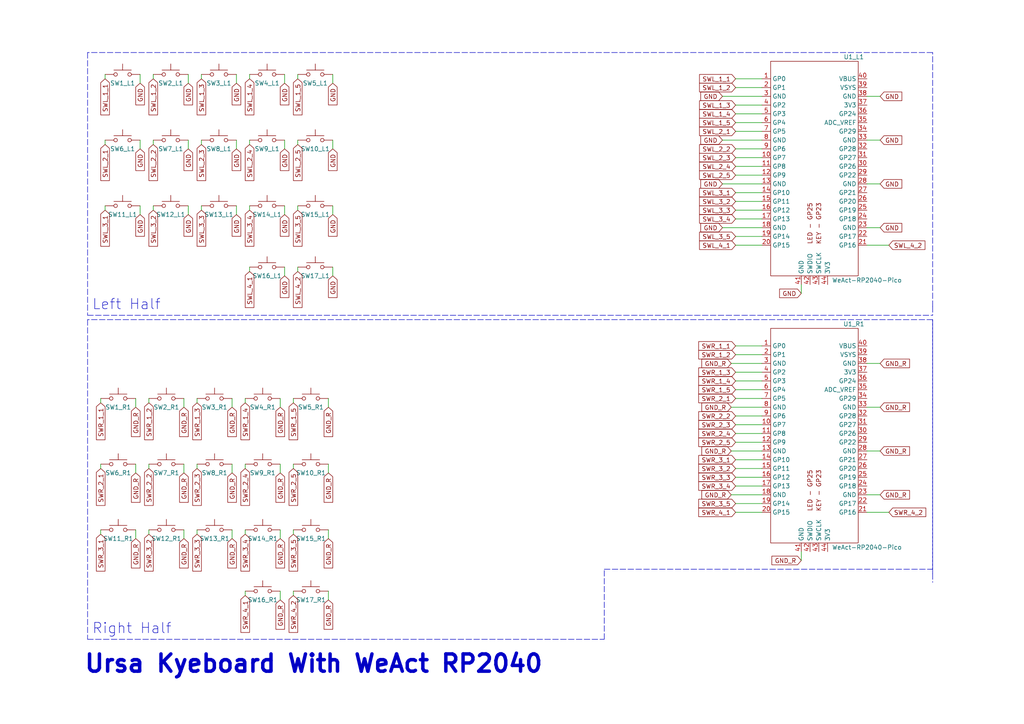
<source format=kicad_sch>
(kicad_sch (version 20211123) (generator eeschema)
  (paper "A4")
  (title_block (title "Ursa Keyboard") (date "2022-12-05") (rev "1.0"))
  (lib_symbols
    (symbol "Switch:SW_Push" (pin_numbers hide) (pin_names (offset 1.016) hide)
      (property "Reference" "SW" (at 1.27 2.54 0))
      (property "Value" "SW_Push" (at 0 -1.524 0))
      (symbol "SW_Push_0_1"
        (circle (center -2.032 0) (radius 0.508))
        (polyline (pts (xy 0 1.27) (xy 0 3.048)))
        (polyline (pts (xy 2.54 1.27) (xy -2.54 1.27)))
        (circle (center 2.032 0) (radius 0.508))
        (pin passive line (at -5.08 0 0) (length 2.54) (name "1") (number "1"))
        (pin passive line (at 5.08 0 180) (length 2.54) (name "2") (number "2"))
      )
    )
    (symbol "WeAct-RP2040-Pico:WeAct-RP2040-Pico"
      (property "Reference" "U" (at 0 16.51 0))
      (property "Value" "WeAct-RP2040-Pico" (at 0 19.05 0))
      (symbol "WeAct-RP2040-Pico_0_0"
        (text "KEY - GP23" (at 1.27 -26.67 900) (effects (font (size 1.27 1.27))))
        (text "LED - GP25" (at -1.27 -26.67 900) (effects (font (size 1.27 1.27))))
      )
      (symbol "WeAct-RP2040-Pico_0_1"
        (rectangle (start -12.7 20.32) (end 12.7 -41.91))
      )
      (symbol "WeAct-RP2040-Pico_1_1"
        (pin bidirectional line (at -15.24 15.24 0) (length 2.54) (name "GP0") (number "1"))
        (pin bidirectional line (at -15.24 -7.62 0) (length 2.54) (name "GP7") (number "10"))
        (pin bidirectional line (at -15.24 -10.16 0) (length 2.54) (name "GP8") (number "11"))
        (pin bidirectional line (at -15.24 -12.7 0) (length 2.54) (name "GP9") (number "12"))
        (pin bidirectional line (at -15.24 -15.24 0) (length 2.54) (name "GND") (number "13"))
        (pin bidirectional line (at -15.24 -17.78 0) (length 2.54) (name "GP10") (number "14"))
        (pin bidirectional line (at -15.24 -20.32 0) (length 2.54) (name "GP11") (number "15"))
        (pin bidirectional line (at -15.24 -22.86 0) (length 2.54) (name "GP12") (number "16"))
        (pin bidirectional line (at -15.24 -25.4 0) (length 2.54) (name "GP13") (number "17"))
        (pin bidirectional line (at -15.24 -27.94 0) (length 2.54) (name "GND") (number "18"))
        (pin bidirectional line (at -15.24 -30.48 0) (length 2.54) (name "GP14") (number "19"))
        (pin bidirectional line (at -15.24 12.7 0) (length 2.54) (name "GP1") (number "2"))
        (pin bidirectional line (at -15.24 -33.02 0) (length 2.54) (name "GP15") (number "20"))
        (pin bidirectional line (at 15.24 -33.02 180) (length 2.54) (name "GP16") (number "21"))
        (pin bidirectional line (at 15.24 -30.48 180) (length 2.54) (name "GP17") (number "22"))
        (pin bidirectional line (at 15.24 -27.94 180) (length 2.54) (name "GND") (number "23"))
        (pin bidirectional line (at 15.24 -25.4 180) (length 2.54) (name "GP18") (number "24"))
        (pin bidirectional line (at 15.24 -22.86 180) (length 2.54) (name "GP19") (number "25"))
        (pin bidirectional line (at 15.24 -20.32 180) (length 2.54) (name "GP20") (number "26"))
        (pin bidirectional line (at 15.24 -17.78 180) (length 2.54) (name "GP21") (number "27"))
        (pin bidirectional line (at 15.24 -15.24 180) (length 2.54) (name "GND") (number "28"))
        (pin bidirectional line (at 15.24 -12.7 180) (length 2.54) (name "GP22") (number "29"))
        (pin bidirectional line (at -15.24 10.16 0) (length 2.54) (name "GND") (number "3"))
        (pin bidirectional line (at 15.24 -10.16 180) (length 2.54) (name "GP26") (number "30"))
        (pin bidirectional line (at 15.24 -7.62 180) (length 2.54) (name "GP27") (number "31"))
        (pin bidirectional line (at 15.24 -5.08 180) (length 2.54) (name "GP28") (number "32"))
        (pin bidirectional line (at 15.24 -2.54 180) (length 2.54) (name "GND") (number "33"))
        (pin bidirectional line (at 15.24 0 180) (length 2.54) (name "GP29") (number "34"))
        (pin bidirectional line (at 15.24 2.54 180) (length 2.54) (name "ADC_VREF") (number "35"))
        (pin bidirectional line (at 15.24 5.08 180) (length 2.54) (name "GP24") (number "36"))
        (pin bidirectional line (at 15.24 7.62 180) (length 2.54) (name "3V3") (number "37"))
        (pin bidirectional line (at 15.24 10.16 180) (length 2.54) (name "GND") (number "38"))
        (pin bidirectional line (at 15.24 12.7 180) (length 2.54) (name "VSYS") (number "39"))
        (pin bidirectional line (at -15.24 7.62 0) (length 2.54) (name "GP2") (number "4"))
        (pin bidirectional line (at 15.24 15.24 180) (length 2.54) (name "VBUS") (number "40"))
        (pin bidirectional line (at -3.81 -44.45 90) (length 2.54) (name "GND") (number "41"))
        (pin bidirectional line (at -1.27 -44.45 90) (length 2.54) (name "SWDIO") (number "42"))
        (pin bidirectional line (at 1.27 -44.45 90) (length 2.54) (name "SWCLK") (number "43"))
        (pin bidirectional line (at 3.81 -44.45 90) (length 2.54) (name "3V3") (number "44"))
        (pin bidirectional line (at -15.24 5.08 0) (length 2.54) (name "GP3") (number "5"))
        (pin bidirectional line (at -15.24 2.54 0) (length 2.54) (name "GP4") (number "6"))
        (pin bidirectional line (at -15.24 0 0) (length 2.54) (name "GP5") (number "7"))
        (pin bidirectional line (at -15.24 -2.54 0) (length 2.54) (name "GND") (number "8"))
        (pin bidirectional line (at -15.24 -5.08 0) (length 2.54) (name "GP6") (number "9"))
      )
    )
  )
  (wire (pts (xy 82.55 24.13) (xy 82.55 21.59)))
  (wire (pts (xy 72.39 77.47) (xy 72.39 78.74)))
  (polyline (pts (xy 25.4 91.44) (xy 270.51 91.44)))
  (wire (pts (xy 213.36 38.1) (xy 220.98 38.1)))
  (wire (pts (xy 213.36 43.18) (xy 220.98 43.18)))
  (wire (pts (xy 30.48 21.59) (xy 30.48 22.86)))
  (polyline (pts (xy 270.51 88.9) (xy 270.51 15.24)))
  (wire (pts (xy 96.52 59.69) (xy 96.52 62.23)))
  (wire (pts (xy 213.36 102.87) (xy 220.98 102.87)))
  (wire (pts (xy 43.18 134.62) (xy 43.18 135.89)))
  (wire (pts (xy 53.34 115.57) (xy 53.34 118.11)))
  (wire (pts (xy 213.36 133.35) (xy 220.98 133.35)))
  (wire (pts (xy 251.46 118.11) (xy 255.27 118.11)))
  (wire (pts (xy 44.45 60.96) (xy 44.45 59.69)))
  (wire (pts (xy 96.52 77.47) (xy 96.52 80.01)))
  (wire (pts (xy 58.42 22.86) (xy 58.42 21.59)))
  (wire (pts (xy 251.46 105.41) (xy 255.27 105.41)))
  (wire (pts (xy 71.12 134.62) (xy 71.12 135.89)))
  (wire (pts (xy 95.25 153.67) (xy 95.25 156.21)))
  (wire (pts (xy 71.12 153.67) (xy 71.12 154.94)))
  (wire (pts (xy 40.64 62.23) (xy 40.64 59.69)))
  (wire (pts (xy 58.42 40.64) (xy 58.42 41.91)))
  (wire (pts (xy 213.36 22.86) (xy 220.98 22.86)))
  (wire (pts (xy 213.36 25.4) (xy 220.98 25.4)))
  (wire (pts (xy 86.36 21.59) (xy 86.36 22.86)))
  (wire (pts (xy 251.46 71.12) (xy 257.81 71.12)))
  (polyline (pts (xy 270.51 15.24) (xy 25.4 15.24)))
  (wire (pts (xy 251.46 27.94) (xy 255.27 27.94)))
  (wire (pts (xy 85.09 153.67) (xy 85.09 154.94)))
  (wire (pts (xy 213.36 68.58) (xy 220.98 68.58)))
  (polyline (pts (xy 25.4 15.24) (xy 25.4 91.44)))
  (wire (pts (xy 213.36 148.59) (xy 220.98 148.59)))
  (wire (pts (xy 57.15 154.94) (xy 57.15 153.67)))
  (wire (pts (xy 96.52 21.59) (xy 96.52 24.13)))
  (wire (pts (xy 213.36 48.26) (xy 220.98 48.26)))
  (wire (pts (xy 67.31 118.11) (xy 67.31 115.57)))
  (wire (pts (xy 251.46 53.34) (xy 255.27 53.34)))
  (wire (pts (xy 213.36 55.88) (xy 220.98 55.88)))
  (wire (pts (xy 213.36 140.97) (xy 220.98 140.97)))
  (wire (pts (xy 29.21 115.57) (xy 29.21 116.84)))
  (wire (pts (xy 213.36 50.8) (xy 220.98 50.8)))
  (wire (pts (xy 81.28 153.67) (xy 81.28 156.21)))
  (wire (pts (xy 213.36 71.12) (xy 220.98 71.12)))
  (wire (pts (xy 212.09 143.51) (xy 220.98 143.51)))
  (wire (pts (xy 44.45 21.59) (xy 44.45 22.86)))
  (wire (pts (xy 40.64 21.59) (xy 40.64 24.13)))
  (wire (pts (xy 232.41 160.02) (xy 232.41 162.56)))
  (wire (pts (xy 54.61 40.64) (xy 54.61 43.18)))
  (wire (pts (xy 95.25 115.57) (xy 95.25 118.11)))
  (wire (pts (xy 43.18 154.94) (xy 43.18 153.67)))
  (wire (pts (xy 213.36 115.57) (xy 220.98 115.57)))
  (wire (pts (xy 212.09 105.41) (xy 220.98 105.41)))
  (wire (pts (xy 209.55 53.34) (xy 220.98 53.34)))
  (wire (pts (xy 68.58 24.13) (xy 68.58 21.59)))
  (polyline (pts (xy 25.4 92.71) (xy 25.4 185.42)))
  (wire (pts (xy 82.55 59.69) (xy 82.55 62.23)))
  (wire (pts (xy 39.37 156.21) (xy 39.37 153.67)))
  (wire (pts (xy 72.39 21.59) (xy 72.39 22.86)))
  (wire (pts (xy 57.15 134.62) (xy 57.15 135.89)))
  (wire (pts (xy 213.36 120.65) (xy 220.98 120.65)))
  (wire (pts (xy 213.36 60.96) (xy 220.98 60.96)))
  (wire (pts (xy 251.46 148.59) (xy 257.81 148.59)))
  (wire (pts (xy 213.36 123.19) (xy 220.98 123.19)))
  (wire (pts (xy 81.28 118.11) (xy 81.28 115.57)))
  (wire (pts (xy 86.36 77.47) (xy 86.36 78.74)))
  (wire (pts (xy 54.61 59.69) (xy 54.61 62.23)))
  (wire (pts (xy 212.09 130.81) (xy 220.98 130.81)))
  (wire (pts (xy 213.36 45.72) (xy 220.98 45.72)))
  (wire (pts (xy 85.09 134.62) (xy 85.09 135.89)))
  (wire (pts (xy 213.36 128.27) (xy 220.98 128.27)))
  (wire (pts (xy 58.42 60.96) (xy 58.42 59.69)))
  (wire (pts (xy 29.21 134.62) (xy 29.21 135.89)))
  (wire (pts (xy 213.36 63.5) (xy 220.98 63.5)))
  (wire (pts (xy 72.39 40.64) (xy 72.39 41.91)))
  (wire (pts (xy 30.48 59.69) (xy 30.48 60.96)))
  (wire (pts (xy 232.41 82.55) (xy 232.41 85.09)))
  (wire (pts (xy 44.45 40.64) (xy 44.45 41.91)))
  (wire (pts (xy 85.09 115.57) (xy 85.09 116.84)))
  (wire (pts (xy 209.55 66.04) (xy 220.98 66.04)))
  (wire (pts (xy 213.36 107.95) (xy 220.98 107.95)))
  (wire (pts (xy 43.18 115.57) (xy 43.18 116.84)))
  (wire (pts (xy 251.46 66.04) (xy 255.27 66.04)))
  (wire (pts (xy 81.28 134.62) (xy 81.28 137.16)))
  (wire (pts (xy 82.55 77.47) (xy 82.55 80.01)))
  (wire (pts (xy 86.36 40.64) (xy 86.36 41.91)))
  (wire (pts (xy 85.09 171.45) (xy 85.09 172.72)))
  (polyline (pts (xy 175.26 185.42) (xy 175.26 165.1)))
  (wire (pts (xy 95.25 171.45) (xy 95.25 173.99)))
  (wire (pts (xy 213.36 146.05) (xy 220.98 146.05)))
  (wire (pts (xy 251.46 40.64) (xy 255.27 40.64)))
  (polyline (pts (xy 270.51 166.37) (xy 270.51 168.91)))
  (wire (pts (xy 213.36 135.89) (xy 220.98 135.89)))
  (wire (pts (xy 86.36 59.69) (xy 86.36 60.96)))
  (wire (pts (xy 67.31 153.67) (xy 67.31 156.21)))
  (wire (pts (xy 68.58 59.69) (xy 68.58 62.23)))
  (wire (pts (xy 82.55 40.64) (xy 82.55 43.18)))
  (wire (pts (xy 53.34 134.62) (xy 53.34 137.16)))
  (polyline (pts (xy 270.51 92.71) (xy 270.51 165.1)))
  (wire (pts (xy 68.58 40.64) (xy 68.58 43.18)))
  (polyline (pts (xy 175.26 165.1) (xy 270.51 165.1)))
  (wire (pts (xy 39.37 134.62) (xy 39.37 137.16)))
  (wire (pts (xy 57.15 116.84) (xy 57.15 115.57)))
  (polyline (pts (xy 270.51 92.71) (xy 25.4 92.71)))
  (polyline (pts (xy 25.4 185.42) (xy 175.26 185.42)))
  (wire (pts (xy 251.46 130.81) (xy 255.27 130.81)))
  (wire (pts (xy 53.34 153.67) (xy 53.34 156.21)))
  (wire (pts (xy 213.36 113.03) (xy 220.98 113.03)))
  (wire (pts (xy 213.36 125.73) (xy 220.98 125.73)))
  (wire (pts (xy 213.36 58.42) (xy 220.98 58.42)))
  (wire (pts (xy 213.36 100.33) (xy 220.98 100.33)))
  (wire (pts (xy 209.55 40.64) (xy 220.98 40.64)))
  (wire (pts (xy 71.12 171.45) (xy 71.12 172.72)))
  (wire (pts (xy 72.39 59.69) (xy 72.39 60.96)))
  (wire (pts (xy 81.28 171.45) (xy 81.28 173.99)))
  (wire (pts (xy 95.25 134.62) (xy 95.25 137.16)))
  (wire (pts (xy 213.36 35.56) (xy 220.98 35.56)))
  (wire (pts (xy 213.36 138.43) (xy 220.98 138.43)))
  (wire (pts (xy 30.48 40.64) (xy 30.48 41.91)))
  (wire (pts (xy 251.46 143.51) (xy 255.27 143.51)))
  (polyline (pts (xy 270.51 166.37) (xy 270.51 92.71)))
  (wire (pts (xy 67.31 134.62) (xy 67.31 137.16)))
  (wire (pts (xy 40.64 40.64) (xy 40.64 43.18)))
  (wire (pts (xy 39.37 115.57) (xy 39.37 118.11)))
  (wire (pts (xy 71.12 115.57) (xy 71.12 116.84)))
  (polyline (pts (xy 270.51 88.9) (xy 270.51 91.44)))
  (wire (pts (xy 213.36 110.49) (xy 220.98 110.49)))
  (wire (pts (xy 29.21 153.67) (xy 29.21 154.94)))
  (wire (pts (xy 213.36 30.48) (xy 220.98 30.48)))
  (wire (pts (xy 96.52 40.64) (xy 96.52 43.18)))
  (wire (pts (xy 54.61 21.59) (xy 54.61 24.13)))
  (wire (pts (xy 213.36 33.02) (xy 220.98 33.02)))
  (wire (pts (xy 212.09 118.11) (xy 220.98 118.11)))
  (wire (pts (xy 209.55 27.94) (xy 220.98 27.94)))
  (text "Right Half" (at 26.67 184.15 0) (effects (font (size 3 3)) (justify left bottom)))
  (text "Ursa Kyeboard With WeAct RP2040" (at 24.13 195.58 0) (effects (font (size 5 5) (thickness 1) bold) (justify left bottom)))
  (text "Left Half\n" (at 26.67 90.17 0) (effects (font (size 3 3)) (justify left bottom)))
  (global_label "SWL_1_4" (shape input) (at 213.36 33.02 180) (property "Intersheet References" "${INTERSHEET_REFS}" (effects hide)))
  (global_label "GND" (shape input) (at 82.55 62.23 270) (property "Intersheet References" "${INTERSHEET_REFS}" (effects hide)))
  (global_label "SWR_3_3" (shape input) (at 57.15 154.94 270) (property "Intersheet References" "${INTERSHEET_REFS}" (effects hide)))
  (global_label "GND_R" (shape input) (at 39.37 118.11 270) (property "Intersheet References" "${INTERSHEET_REFS}" (effects hide)))
  (global_label "GND_R" (shape input) (at 39.37 137.16 270) (property "Intersheet References" "${INTERSHEET_REFS}" (effects hide)))
  (global_label "SWL_2_4" (shape input) (at 72.39 41.91 270) (property "Intersheet References" "${INTERSHEET_REFS}" (effects hide)))
  (global_label "SWL_3_2" (shape input) (at 44.45 60.96 270) (property "Intersheet References" "${INTERSHEET_REFS}" (effects hide)))
  (global_label "SWL_2_3" (shape input) (at 213.36 45.72 180) (property "Intersheet References" "${INTERSHEET_REFS}" (effects hide)))
  (global_label "SWR_3_2" (shape input) (at 213.36 135.89 180) (property "Intersheet References" "${INTERSHEET_REFS}" (effects hide)))
  (global_label "GND" (shape input) (at 54.61 62.23 270) (property "Intersheet References" "${INTERSHEET_REFS}" (effects hide)))
  (global_label "SWR_1_3" (shape input) (at 57.15 116.84 270) (property "Intersheet References" "${INTERSHEET_REFS}" (effects hide)))
  (global_label "GND_R" (shape input) (at 67.31 118.11 270) (property "Intersheet References" "${INTERSHEET_REFS}" (effects hide)))
  (global_label "GND" (shape input) (at 209.55 66.04 180) (property "Intersheet References" "${INTERSHEET_REFS}" (effects hide)))
  (global_label "GND_R" (shape input) (at 255.27 143.51 0) (property "Intersheet References" "${INTERSHEET_REFS}" (effects hide)))
  (global_label "GND_R" (shape input) (at 255.27 105.41 0) (property "Intersheet References" "${INTERSHEET_REFS}" (effects hide)))
  (global_label "GND_R" (shape input) (at 95.25 137.16 270) (property "Intersheet References" "${INTERSHEET_REFS}" (effects hide)))
  (global_label "GND" (shape input) (at 255.27 27.94 0) (property "Intersheet References" "${INTERSHEET_REFS}" (effects hide)))
  (global_label "GND" (shape input) (at 96.52 80.01 270) (property "Intersheet References" "${INTERSHEET_REFS}" (effects hide)))
  (global_label "SWL_1_4" (shape input) (at 72.39 22.86 270) (property "Intersheet References" "${INTERSHEET_REFS}" (effects hide)))
  (global_label "SWR_2_3" (shape input) (at 213.36 123.19 180) (property "Intersheet References" "${INTERSHEET_REFS}" (effects hide)))
  (global_label "SWR_4_1" (shape input) (at 213.36 148.59 180) (property "Intersheet References" "${INTERSHEET_REFS}" (effects hide)))
  (global_label "GND_R" (shape input) (at 81.28 156.21 270) (property "Intersheet References" "${INTERSHEET_REFS}" (effects hide)))
  (global_label "GND_R" (shape input) (at 53.34 118.11 270) (property "Intersheet References" "${INTERSHEET_REFS}" (effects hide)))
  (global_label "SWL_4_1" (shape input) (at 213.36 71.12 180) (property "Intersheet References" "${INTERSHEET_REFS}" (effects hide)))
  (global_label "SWR_1_1" (shape input) (at 213.36 100.33 180) (property "Intersheet References" "${INTERSHEET_REFS}" (effects hide)))
  (global_label "GND" (shape input) (at 209.55 53.34 180) (property "Intersheet References" "${INTERSHEET_REFS}" (effects hide)))
  (global_label "SWL_3_4" (shape input) (at 72.39 60.96 270) (property "Intersheet References" "${INTERSHEET_REFS}" (effects hide)))
  (global_label "GND_R" (shape input) (at 95.25 156.21 270) (property "Intersheet References" "${INTERSHEET_REFS}" (effects hide)))
  (global_label "SWL_2_1" (shape input) (at 30.48 41.91 270) (property "Intersheet References" "${INTERSHEET_REFS}" (effects hide)))
  (global_label "GND" (shape input) (at 232.41 85.09 180) (property "Intersheet References" "${INTERSHEET_REFS}" (effects hide)))
  (global_label "SWL_3_4" (shape input) (at 213.36 63.5 180) (property "Intersheet References" "${INTERSHEET_REFS}" (effects hide)))
  (global_label "GND_R" (shape input) (at 212.09 118.11 180) (property "Intersheet References" "${INTERSHEET_REFS}" (effects hide)))
  (global_label "SWR_1_2" (shape input) (at 213.36 102.87 180) (property "Intersheet References" "${INTERSHEET_REFS}" (effects hide)))
  (global_label "SWR_3_5" (shape input) (at 213.36 146.05 180) (property "Intersheet References" "${INTERSHEET_REFS}" (effects hide)))
  (global_label "GND" (shape input) (at 40.64 43.18 270) (property "Intersheet References" "${INTERSHEET_REFS}" (effects hide)))
  (global_label "SWR_2_5" (shape input) (at 85.09 135.89 270) (property "Intersheet References" "${INTERSHEET_REFS}" (effects hide)))
  (global_label "GND" (shape input) (at 40.64 62.23 270) (property "Intersheet References" "${INTERSHEET_REFS}" (effects hide)))
  (global_label "SWR_3_3" (shape input) (at 213.36 138.43 180) (property "Intersheet References" "${INTERSHEET_REFS}" (effects hide)))
  (global_label "SWL_4_2" (shape input) (at 257.81 71.12 0) (property "Intersheet References" "${INTERSHEET_REFS}" (effects hide)))
  (global_label "SWR_4_2" (shape input) (at 85.09 172.72 270) (property "Intersheet References" "${INTERSHEET_REFS}" (effects hide)))
  (global_label "GND_R" (shape input) (at 39.37 156.21 270) (property "Intersheet References" "${INTERSHEET_REFS}" (effects hide)))
  (global_label "SWR_3_1" (shape input) (at 213.36 133.35 180) (property "Intersheet References" "${INTERSHEET_REFS}" (effects hide)))
  (global_label "SWR_2_3" (shape input) (at 57.15 135.89 270) (property "Intersheet References" "${INTERSHEET_REFS}" (effects hide)))
  (global_label "SWR_1_5" (shape input) (at 213.36 113.03 180) (property "Intersheet References" "${INTERSHEET_REFS}" (effects hide)))
  (global_label "SWR_3_4" (shape input) (at 71.12 154.94 270) (property "Intersheet References" "${INTERSHEET_REFS}" (effects hide)))
  (global_label "SWR_2_1" (shape input) (at 29.21 135.89 270) (property "Intersheet References" "${INTERSHEET_REFS}" (effects hide)))
  (global_label "SWL_2_2" (shape input) (at 44.45 41.91 270) (property "Intersheet References" "${INTERSHEET_REFS}" (effects hide)))
  (global_label "GND_R" (shape input) (at 67.31 156.21 270) (property "Intersheet References" "${INTERSHEET_REFS}" (effects hide)))
  (global_label "GND_R" (shape input) (at 95.25 173.99 270) (property "Intersheet References" "${INTERSHEET_REFS}" (effects hide)))
  (global_label "GND" (shape input) (at 96.52 24.13 270) (property "Intersheet References" "${INTERSHEET_REFS}" (effects hide)))
  (global_label "GND_R" (shape input) (at 53.34 156.21 270) (property "Intersheet References" "${INTERSHEET_REFS}" (effects hide)))
  (global_label "SWR_2_4" (shape input) (at 71.12 135.89 270) (property "Intersheet References" "${INTERSHEET_REFS}" (effects hide)))
  (global_label "GND_R" (shape input) (at 212.09 143.51 180) (property "Intersheet References" "${INTERSHEET_REFS}" (effects hide)))
  (global_label "SWR_2_2" (shape input) (at 213.36 120.65 180) (property "Intersheet References" "${INTERSHEET_REFS}" (effects hide)))
  (global_label "GND" (shape input) (at 54.61 43.18 270) (property "Intersheet References" "${INTERSHEET_REFS}" (effects hide)))
  (global_label "GND_R" (shape input) (at 232.41 162.56 180) (property "Intersheet References" "${INTERSHEET_REFS}" (effects hide)))
  (global_label "SWL_4_2" (shape input) (at 86.36 78.74 270) (property "Intersheet References" "${INTERSHEET_REFS}" (effects hide)))
  (global_label "SWL_3_2" (shape input) (at 213.36 58.42 180) (property "Intersheet References" "${INTERSHEET_REFS}" (effects hide)))
  (global_label "SWL_4_1" (shape input) (at 72.39 78.74 270) (property "Intersheet References" "${INTERSHEET_REFS}" (effects hide)))
  (global_label "GND_R" (shape input) (at 212.09 130.81 180) (property "Intersheet References" "${INTERSHEET_REFS}" (effects hide)))
  (global_label "SWL_1_5" (shape input) (at 213.36 35.56 180) (property "Intersheet References" "${INTERSHEET_REFS}" (effects hide)))
  (global_label "SWL_1_3" (shape input) (at 58.42 22.86 270) (property "Intersheet References" "${INTERSHEET_REFS}" (effects hide)))
  (global_label "GND_R" (shape input) (at 81.28 118.11 270) (property "Intersheet References" "${INTERSHEET_REFS}" (effects hide)))
  (global_label "SWL_1_2" (shape input) (at 213.36 25.4 180) (property "Intersheet References" "${INTERSHEET_REFS}" (effects hide)))
  (global_label "GND" (shape input) (at 96.52 43.18 270) (property "Intersheet References" "${INTERSHEET_REFS}" (effects hide)))
  (global_label "SWL_1_5" (shape input) (at 86.36 22.86 270) (property "Intersheet References" "${INTERSHEET_REFS}" (effects hide)))
  (global_label "SWR_2_1" (shape input) (at 213.36 115.57 180) (property "Intersheet References" "${INTERSHEET_REFS}" (effects hide)))
  (global_label "GND" (shape input) (at 209.55 27.94 180) (property "Intersheet References" "${INTERSHEET_REFS}" (effects hide)))
  (global_label "GND_R" (shape input) (at 67.31 137.16 270) (property "Intersheet References" "${INTERSHEET_REFS}" (effects hide)))
  (global_label "GND" (shape input) (at 82.55 24.13 270) (property "Intersheet References" "${INTERSHEET_REFS}" (effects hide)))
  (global_label "SWR_1_2" (shape input) (at 43.18 116.84 270) (property "Intersheet References" "${INTERSHEET_REFS}" (effects hide)))
  (global_label "SWL_2_5" (shape input) (at 213.36 50.8 180) (property "Intersheet References" "${INTERSHEET_REFS}" (effects hide)))
  (global_label "GND_R" (shape input) (at 53.34 137.16 270) (property "Intersheet References" "${INTERSHEET_REFS}" (effects hide)))
  (global_label "SWR_1_4" (shape input) (at 213.36 110.49 180) (property "Intersheet References" "${INTERSHEET_REFS}" (effects hide)))
  (global_label "GND" (shape input) (at 68.58 62.23 270) (property "Intersheet References" "${INTERSHEET_REFS}" (effects hide)))
  (global_label "SWR_1_1" (shape input) (at 29.21 116.84 270) (property "Intersheet References" "${INTERSHEET_REFS}" (effects hide)))
  (global_label "GND" (shape input) (at 209.55 40.64 180) (property "Intersheet References" "${INTERSHEET_REFS}" (effects hide)))
  (global_label "SWL_1_1" (shape input) (at 213.36 22.86 180) (property "Intersheet References" "${INTERSHEET_REFS}" (effects hide)))
  (global_label "GND" (shape input) (at 96.52 62.23 270) (property "Intersheet References" "${INTERSHEET_REFS}" (effects hide)))
  (global_label "SWR_3_5" (shape input) (at 85.09 154.94 270) (property "Intersheet References" "${INTERSHEET_REFS}" (effects hide)))
  (global_label "GND_R" (shape input) (at 81.28 137.16 270) (property "Intersheet References" "${INTERSHEET_REFS}" (effects hide)))
  (global_label "GND_R" (shape input) (at 95.25 118.11 270) (property "Intersheet References" "${INTERSHEET_REFS}" (effects hide)))
  (global_label "SWL_2_3" (shape input) (at 58.42 41.91 270) (property "Intersheet References" "${INTERSHEET_REFS}" (effects hide)))
  (global_label "SWR_4_1" (shape input) (at 71.12 172.72 270) (property "Intersheet References" "${INTERSHEET_REFS}" (effects hide)))
  (global_label "GND" (shape input) (at 82.55 43.18 270) (property "Intersheet References" "${INTERSHEET_REFS}" (effects hide)))
  (global_label "GND" (shape input) (at 82.55 80.01 270) (property "Intersheet References" "${INTERSHEET_REFS}" (effects hide)))
  (global_label "SWR_2_5" (shape input) (at 213.36 128.27 180) (property "Intersheet References" "${INTERSHEET_REFS}" (effects hide)))
  (global_label "GND" (shape input) (at 54.61 24.13 270) (property "Intersheet References" "${INTERSHEET_REFS}" (effects hide)))
  (global_label "GND_R" (shape input) (at 81.28 173.99 270) (property "Intersheet References" "${INTERSHEET_REFS}" (effects hide)))
  (global_label "SWR_3_4" (shape input) (at 213.36 140.97 180) (property "Intersheet References" "${INTERSHEET_REFS}" (effects hide)))
  (global_label "SWL_3_3" (shape input) (at 213.36 60.96 180) (property "Intersheet References" "${INTERSHEET_REFS}" (effects hide)))
  (global_label "SWL_3_1" (shape input) (at 213.36 55.88 180) (property "Intersheet References" "${INTERSHEET_REFS}" (effects hide)))
  (global_label "SWR_3_1" (shape input) (at 29.21 154.94 270) (property "Intersheet References" "${INTERSHEET_REFS}" (effects hide)))
  (global_label "SWR_1_5" (shape input) (at 85.09 116.84 270) (property "Intersheet References" "${INTERSHEET_REFS}" (effects hide)))
  (global_label "SWR_4_2" (shape input) (at 257.81 148.59 0) (property "Intersheet References" "${INTERSHEET_REFS}" (effects hide)))
  (global_label "SWL_2_2" (shape input) (at 213.36 43.18 180) (property "Intersheet References" "${INTERSHEET_REFS}" (effects hide)))
  (global_label "SWR_2_4" (shape input) (at 213.36 125.73 180) (property "Intersheet References" "${INTERSHEET_REFS}" (effects hide)))
  (global_label "GND" (shape input) (at 40.64 24.13 270) (property "Intersheet References" "${INTERSHEET_REFS}" (effects hide)))
  (global_label "SWL_2_1" (shape input) (at 213.36 38.1 180) (property "Intersheet References" "${INTERSHEET_REFS}" (effects hide)))
  (global_label "GND_R" (shape input) (at 255.27 118.11 0) (property "Intersheet References" "${INTERSHEET_REFS}" (effects hide)))
  (global_label "SWL_1_1" (shape input) (at 30.48 22.86 270) (property "Intersheet References" "${INTERSHEET_REFS}" (effects hide)))
  (global_label "SWL_3_5" (shape input) (at 213.36 68.58 180) (property "Intersheet References" "${INTERSHEET_REFS}" (effects hide)))
  (global_label "SWR_3_2" (shape input) (at 43.18 154.94 270) (property "Intersheet References" "${INTERSHEET_REFS}" (effects hide)))
  (global_label "SWL_2_4" (shape input) (at 213.36 48.26 180) (property "Intersheet References" "${INTERSHEET_REFS}" (effects hide)))
  (global_label "GND_R" (shape input) (at 212.09 105.41 180) (property "Intersheet References" "${INTERSHEET_REFS}" (effects hide)))
  (global_label "GND" (shape input) (at 68.58 43.18 270) (property "Intersheet References" "${INTERSHEET_REFS}" (effects hide)))
  (global_label "SWL_3_1" (shape input) (at 30.48 60.96 270) (property "Intersheet References" "${INTERSHEET_REFS}" (effects hide)))
  (global_label "GND" (shape input) (at 255.27 66.04 0) (property "Intersheet References" "${INTERSHEET_REFS}" (effects hide)))
  (global_label "SWL_3_5" (shape input) (at 86.36 60.96 270) (property "Intersheet References" "${INTERSHEET_REFS}" (effects hide)))
  (global_label "SWR_1_4" (shape input) (at 71.12 116.84 270) (property "Intersheet References" "${INTERSHEET_REFS}" (effects hide)))
  (global_label "SWL_1_3" (shape input) (at 213.36 30.48 180) (property "Intersheet References" "${INTERSHEET_REFS}" (effects hide)))
  (global_label "SWR_1_3" (shape input) (at 213.36 107.95 180) (property "Intersheet References" "${INTERSHEET_REFS}" (effects hide)))
  (global_label "SWR_2_2" (shape input) (at 43.18 135.89 270) (property "Intersheet References" "${INTERSHEET_REFS}" (effects hide)))
  (global_label "SWL_3_3" (shape input) (at 58.42 60.96 270) (property "Intersheet References" "${INTERSHEET_REFS}" (effects hide)))
  (global_label "GND_R" (shape input) (at 255.27 130.81 0) (property "Intersheet References" "${INTERSHEET_REFS}" (effects hide)))
  (global_label "GND" (shape input) (at 255.27 40.64 0) (property "Intersheet References" "${INTERSHEET_REFS}" (effects hide)))
  (global_label "SWL_2_5" (shape input) (at 86.36 41.91 270) (property "Intersheet References" "${INTERSHEET_REFS}" (effects hide)))
  (global_label "SWL_1_2" (shape input) (at 44.45 22.86 270) (property "Intersheet References" "${INTERSHEET_REFS}" (effects hide)))
  (global_label "GND" (shape input) (at 68.58 24.13 270) (property "Intersheet References" "${INTERSHEET_REFS}" (effects hide)))
  (global_label "GND" (shape input) (at 255.27 53.34 0) (property "Intersheet References" "${INTERSHEET_REFS}" (effects hide)))
  (symbol (lib_id "Switch:SW_Push") (at 90.17 153.67 0) (unit 1)
    (property "Reference" "SW15_R1" (at 90.17 156.21 0))
    (property "Value" "SW_Push" (effects hide))
    (property "Footprint" "keyswitches:Kailh_socket_MX_optional" (effects hide))
  )
  (symbol (lib_id "Switch:SW_Push") (at 90.17 171.45 0) (unit 1)
    (property "Reference" "SW17_R1" (at 90.17 173.99 0))
    (property "Value" "SW_Push" (effects hide))
    (property "Footprint" "keyswitches:Kailh_socket_MX_optional" (effects hide))
  )
  (symbol (lib_id "WeAct-RP2040-Pico:WeAct-RP2040-Pico") (at 236.22 38.1 0) (unit 1)
    (property "Reference" "U1_L1" (at 247.65 16.51 0))
    (property "Value" "WeAct-RP2040-Pico" (at 251.46 81.28 0))
    (property "Footprint" "WeAct-RP2040-Pico:WeAct-RP2040-Pico" (effects hide))
  )
  (symbol (lib_id "Switch:SW_Push") (at 34.29 153.67 0) (unit 1)
    (property "Reference" "SW11_R1" (at 34.29 156.21 0))
    (property "Value" "SW_Push" (effects hide))
    (property "Footprint" "keyswitches:Kailh_socket_MX_optional" (effects hide))
  )
  (symbol (lib_id "Switch:SW_Push") (at 62.23 115.57 0) (unit 1)
    (property "Reference" "SW3_R1" (at 62.23 118.11 0))
    (property "Value" "SW_Push" (effects hide))
    (property "Footprint" "keyswitches:Kailh_socket_MX_optional" (effects hide))
  )
  (symbol (lib_id "Switch:SW_Push") (at 62.23 134.62 0) (unit 1)
    (property "Reference" "SW8_R1" (at 62.23 137.16 0))
    (property "Value" "SW_Push" (effects hide))
    (property "Footprint" "keyswitches:Kailh_socket_MX_optional" (effects hide))
  )
  (symbol (lib_id "Switch:SW_Push") (at 90.17 115.57 0) (unit 1)
    (property "Reference" "SW5_R1" (at 90.17 118.11 0))
    (property "Value" "SW_Push" (effects hide))
    (property "Footprint" "keyswitches:Kailh_socket_MX_optional" (effects hide))
  )
  (symbol (lib_id "Switch:SW_Push") (at 63.5 59.69 0) (unit 1)
    (property "Reference" "SW13_L1" (at 63.5 62.23 0))
    (property "Value" "SW_Push" (effects hide))
    (property "Footprint" "keyswitches:Kailh_socket_MX_optional" (effects hide))
  )
  (symbol (lib_id "WeAct-RP2040-Pico:WeAct-RP2040-Pico") (at 236.22 115.57 0) (unit 1)
    (property "Reference" "U1_R1" (at 247.65 93.98 0))
    (property "Value" "WeAct-RP2040-Pico" (at 251.46 158.75 0))
    (property "Footprint" "WeAct-RP2040-Pico:WeAct-RP2040-Pico" (effects hide))
  )
  (symbol (lib_id "Switch:SW_Push") (at 91.44 59.69 0) (unit 1)
    (property "Reference" "SW15_L1" (at 91.44 62.23 0))
    (property "Value" "SW_Push" (effects hide))
    (property "Footprint" "keyswitches:Kailh_socket_MX_optional" (effects hide))
  )
  (symbol (lib_id "Switch:SW_Push") (at 77.47 21.59 0) (unit 1)
    (property "Reference" "SW4_L1" (at 77.47 24.13 0))
    (property "Value" "SW_Push" (effects hide))
    (property "Footprint" "keyswitches:Kailh_socket_MX_optional" (effects hide))
  )
  (symbol (lib_id "Switch:SW_Push") (at 35.56 59.69 0) (unit 1)
    (property "Reference" "SW11_L1" (at 35.56 62.23 0))
    (property "Value" "SW_Push" (effects hide))
    (property "Footprint" "keyswitches:Kailh_socket_MX_optional" (effects hide))
  )
  (symbol (lib_id "Switch:SW_Push") (at 34.29 115.57 0) (unit 1)
    (property "Reference" "SW1_R1" (at 34.29 118.11 0))
    (property "Value" "SW_Push" (effects hide))
    (property "Footprint" "keyswitches:Kailh_socket_MX_optional" (effects hide))
  )
  (symbol (lib_id "Switch:SW_Push") (at 76.2 115.57 0) (unit 1)
    (property "Reference" "SW4_R1" (at 76.2 118.11 0))
    (property "Value" "SW_Push" (effects hide))
    (property "Footprint" "keyswitches:Kailh_socket_MX_optional" (effects hide))
  )
  (symbol (lib_id "Switch:SW_Push") (at 90.17 134.62 0) (unit 1)
    (property "Reference" "SW10_R1" (at 90.17 137.16 0))
    (property "Value" "SW_Push" (effects hide))
    (property "Footprint" "keyswitches:Kailh_socket_MX_optional" (effects hide))
  )
  (symbol (lib_id "Switch:SW_Push") (at 76.2 171.45 0) (unit 1)
    (property "Reference" "SW16_R1" (at 76.2 173.99 0))
    (property "Value" "SW_Push" (effects hide))
    (property "Footprint" "keyswitches:Kailh_socket_MX_optional" (effects hide))
  )
  (symbol (lib_id "Switch:SW_Push") (at 49.53 21.59 0) (unit 1)
    (property "Reference" "SW2_L1" (at 49.53 24.13 0))
    (property "Value" "SW_Push" (effects hide))
    (property "Footprint" "keyswitches:Kailh_socket_MX_optional" (effects hide))
  )
  (symbol (lib_id "Switch:SW_Push") (at 77.47 77.47 0) (unit 1)
    (property "Reference" "SW16_L1" (at 77.47 80.01 0))
    (property "Value" "SW_Push" (effects hide))
    (property "Footprint" "keyswitches:Kailh_socket_MX_optional" (effects hide))
  )
  (symbol (lib_id "Switch:SW_Push") (at 77.47 40.64 0) (unit 1)
    (property "Reference" "SW9_L1" (at 77.47 43.18 0))
    (property "Value" "SW_Push" (effects hide))
    (property "Footprint" "keyswitches:Kailh_socket_MX_optional" (effects hide))
  )
  (symbol (lib_id "Switch:SW_Push") (at 49.53 59.69 0) (unit 1)
    (property "Reference" "SW12_L1" (at 49.53 62.23 0))
    (property "Value" "SW_Push" (effects hide))
    (property "Footprint" "keyswitches:Kailh_socket_MX_optional" (effects hide))
  )
  (symbol (lib_id "Switch:SW_Push") (at 48.26 153.67 0) (unit 1)
    (property "Reference" "SW12_R1" (at 48.26 156.21 0))
    (property "Value" "SW_Push" (effects hide))
    (property "Footprint" "keyswitches:Kailh_socket_MX_optional" (effects hide))
  )
  (symbol (lib_id "Switch:SW_Push") (at 48.26 115.57 0) (unit 1)
    (property "Reference" "SW2_R1" (at 48.26 118.11 0))
    (property "Value" "SW_Push" (effects hide))
    (property "Footprint" "keyswitches:Kailh_socket_MX_optional" (effects hide))
  )
  (symbol (lib_id "Switch:SW_Push") (at 49.53 40.64 0) (unit 1)
    (property "Reference" "SW7_L1" (at 49.53 43.18 0))
    (property "Value" "SW_Push" (effects hide))
    (property "Footprint" "keyswitches:Kailh_socket_MX_optional" (effects hide))
  )
  (symbol (lib_id "Switch:SW_Push") (at 48.26 134.62 0) (unit 1)
    (property "Reference" "SW7_R1" (at 48.26 137.16 0))
    (property "Value" "SW_Push" (effects hide))
    (property "Footprint" "keyswitches:Kailh_socket_MX_optional" (effects hide))
  )
  (symbol (lib_id "Switch:SW_Push") (at 91.44 40.64 0) (unit 1)
    (property "Reference" "SW10_L1" (at 91.44 43.18 0))
    (property "Value" "SW_Push" (effects hide))
    (property "Footprint" "keyswitches:Kailh_socket_MX_optional" (effects hide))
  )
  (symbol (lib_id "Switch:SW_Push") (at 76.2 134.62 0) (unit 1)
    (property "Reference" "SW9_R1" (at 76.2 137.16 0))
    (property "Value" "SW_Push" (effects hide))
    (property "Footprint" "keyswitches:Kailh_socket_MX_optional" (effects hide))
  )
  (symbol (lib_id "Switch:SW_Push") (at 76.2 153.67 0) (unit 1)
    (property "Reference" "SW14_R1" (at 76.2 156.21 0))
    (property "Value" "SW_Push" (effects hide))
    (property "Footprint" "keyswitches:Kailh_socket_MX_optional" (effects hide))
  )
  (symbol (lib_id "Switch:SW_Push") (at 91.44 77.47 0) (unit 1)
    (property "Reference" "SW17_L1" (at 91.44 80.01 0))
    (property "Value" "SW_Push" (effects hide))
    (property "Footprint" "keyswitches:Kailh_socket_MX_optional" (effects hide))
  )
  (symbol (lib_id "Switch:SW_Push") (at 35.56 40.64 0) (unit 1)
    (property "Reference" "SW6_L1" (at 35.56 43.18 0))
    (property "Value" "SW_Push" (effects hide))
    (property "Footprint" "keyswitches:Kailh_socket_MX_optional" (effects hide))
  )
  (symbol (lib_id "Switch:SW_Push") (at 91.44 21.59 0) (unit 1)
    (property "Reference" "SW5_L1" (at 91.44 24.13 0))
    (property "Value" "SW_Push" (effects hide))
    (property "Footprint" "keyswitches:Kailh_socket_MX_optional" (effects hide))
  )
  (symbol (lib_id "Switch:SW_Push") (at 35.56 21.59 0) (unit 1)
    (property "Reference" "SW1_L1" (at 35.56 24.13 0))
    (property "Value" "SW_Push" (effects hide))
    (property "Footprint" "keyswitches:Kailh_socket_MX_optional" (effects hide))
  )
  (symbol (lib_id "Switch:SW_Push") (at 62.23 153.67 0) (unit 1)
    (property "Reference" "SW13_R1" (at 62.23 156.21 0))
    (property "Value" "SW_Push" (effects hide))
    (property "Footprint" "keyswitches:Kailh_socket_MX_optional" (effects hide))
  )
  (symbol (lib_id "Switch:SW_Push") (at 77.47 59.69 0) (unit 1)
    (property "Reference" "SW14_L1" (at 77.47 62.23 0))
    (property "Value" "SW_Push" (effects hide))
    (property "Footprint" "keyswitches:Kailh_socket_MX_optional" (effects hide))
  )
  (symbol (lib_id "Switch:SW_Push") (at 63.5 40.64 0) (unit 1)
    (property "Reference" "SW8_L1" (at 63.5 43.18 0))
    (property "Value" "SW_Push" (effects hide))
    (property "Footprint" "keyswitches:Kailh_socket_MX_optional" (effects hide))
  )
  (symbol (lib_id "Switch:SW_Push") (at 34.29 134.62 0) (unit 1)
    (property "Reference" "SW6_R1" (at 34.29 137.16 0))
    (property "Value" "SW_Push" (effects hide))
    (property "Footprint" "keyswitches:Kailh_socket_MX_optional" (effects hide))
  )
  (symbol (lib_id "Switch:SW_Push") (at 63.5 21.59 0) (unit 1)
    (property "Reference" "SW3_L1" (at 63.5 24.13 0))
    (property "Value" "SW_Push" (effects hide))
    (property "Footprint" "keyswitches:Kailh_socket_MX_optional" (effects hide))
  )
)
</source>
